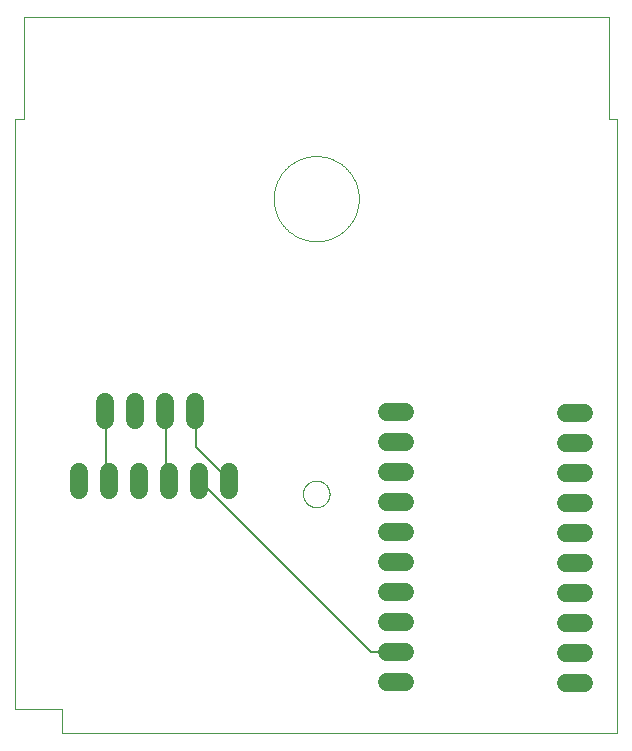
<source format=gbl>
G75*
%MOIN*%
%OFA0B0*%
%FSLAX25Y25*%
%IPPOS*%
%LPD*%
%AMOC8*
5,1,8,0,0,1.08239X$1,22.5*
%
%ADD10C,0.00004*%
%ADD11C,0.06000*%
%ADD12C,0.00600*%
D10*
X0001002Y0008876D02*
X0001002Y0205726D01*
X0004033Y0205726D01*
X0004033Y0239506D01*
X0003955Y0239585D02*
X0198837Y0239585D01*
X0198837Y0205726D01*
X0201789Y0205726D01*
X0201789Y0001002D01*
X0016750Y0001002D01*
X0016750Y0008876D01*
X0001002Y0008876D01*
X0096967Y0080726D02*
X0096969Y0080858D01*
X0096975Y0080991D01*
X0096985Y0081123D01*
X0096999Y0081255D01*
X0097016Y0081386D01*
X0097038Y0081517D01*
X0097064Y0081647D01*
X0097093Y0081776D01*
X0097127Y0081904D01*
X0097164Y0082031D01*
X0097205Y0082157D01*
X0097249Y0082282D01*
X0097298Y0082406D01*
X0097350Y0082527D01*
X0097406Y0082648D01*
X0097465Y0082766D01*
X0097528Y0082883D01*
X0097594Y0082998D01*
X0097664Y0083110D01*
X0097737Y0083221D01*
X0097813Y0083329D01*
X0097892Y0083435D01*
X0097975Y0083539D01*
X0098061Y0083640D01*
X0098149Y0083738D01*
X0098241Y0083834D01*
X0098335Y0083927D01*
X0098432Y0084017D01*
X0098532Y0084105D01*
X0098635Y0084189D01*
X0098739Y0084270D01*
X0098847Y0084348D01*
X0098956Y0084422D01*
X0099068Y0084494D01*
X0099182Y0084562D01*
X0099297Y0084626D01*
X0099415Y0084687D01*
X0099534Y0084745D01*
X0099655Y0084799D01*
X0099778Y0084849D01*
X0099902Y0084895D01*
X0100027Y0084938D01*
X0100154Y0084977D01*
X0100282Y0085013D01*
X0100410Y0085044D01*
X0100540Y0085072D01*
X0100670Y0085095D01*
X0100801Y0085115D01*
X0100933Y0085131D01*
X0101065Y0085143D01*
X0101197Y0085151D01*
X0101330Y0085155D01*
X0101462Y0085155D01*
X0101595Y0085151D01*
X0101727Y0085143D01*
X0101859Y0085131D01*
X0101991Y0085115D01*
X0102122Y0085095D01*
X0102252Y0085072D01*
X0102382Y0085044D01*
X0102510Y0085013D01*
X0102638Y0084977D01*
X0102765Y0084938D01*
X0102890Y0084895D01*
X0103014Y0084849D01*
X0103137Y0084799D01*
X0103258Y0084745D01*
X0103377Y0084687D01*
X0103495Y0084626D01*
X0103611Y0084562D01*
X0103724Y0084494D01*
X0103836Y0084422D01*
X0103945Y0084348D01*
X0104053Y0084270D01*
X0104157Y0084189D01*
X0104260Y0084105D01*
X0104360Y0084017D01*
X0104457Y0083927D01*
X0104551Y0083834D01*
X0104643Y0083738D01*
X0104731Y0083640D01*
X0104817Y0083539D01*
X0104900Y0083435D01*
X0104979Y0083329D01*
X0105055Y0083221D01*
X0105128Y0083110D01*
X0105198Y0082998D01*
X0105264Y0082883D01*
X0105327Y0082766D01*
X0105386Y0082648D01*
X0105442Y0082527D01*
X0105494Y0082406D01*
X0105543Y0082282D01*
X0105587Y0082157D01*
X0105628Y0082031D01*
X0105665Y0081904D01*
X0105699Y0081776D01*
X0105728Y0081647D01*
X0105754Y0081517D01*
X0105776Y0081386D01*
X0105793Y0081255D01*
X0105807Y0081123D01*
X0105817Y0080991D01*
X0105823Y0080858D01*
X0105825Y0080726D01*
X0105823Y0080594D01*
X0105817Y0080461D01*
X0105807Y0080329D01*
X0105793Y0080197D01*
X0105776Y0080066D01*
X0105754Y0079935D01*
X0105728Y0079805D01*
X0105699Y0079676D01*
X0105665Y0079548D01*
X0105628Y0079421D01*
X0105587Y0079295D01*
X0105543Y0079170D01*
X0105494Y0079046D01*
X0105442Y0078925D01*
X0105386Y0078804D01*
X0105327Y0078686D01*
X0105264Y0078569D01*
X0105198Y0078454D01*
X0105128Y0078342D01*
X0105055Y0078231D01*
X0104979Y0078123D01*
X0104900Y0078017D01*
X0104817Y0077913D01*
X0104731Y0077812D01*
X0104643Y0077714D01*
X0104551Y0077618D01*
X0104457Y0077525D01*
X0104360Y0077435D01*
X0104260Y0077347D01*
X0104157Y0077263D01*
X0104053Y0077182D01*
X0103945Y0077104D01*
X0103836Y0077030D01*
X0103724Y0076958D01*
X0103610Y0076890D01*
X0103495Y0076826D01*
X0103377Y0076765D01*
X0103258Y0076707D01*
X0103137Y0076653D01*
X0103014Y0076603D01*
X0102890Y0076557D01*
X0102765Y0076514D01*
X0102638Y0076475D01*
X0102510Y0076439D01*
X0102382Y0076408D01*
X0102252Y0076380D01*
X0102122Y0076357D01*
X0101991Y0076337D01*
X0101859Y0076321D01*
X0101727Y0076309D01*
X0101595Y0076301D01*
X0101462Y0076297D01*
X0101330Y0076297D01*
X0101197Y0076301D01*
X0101065Y0076309D01*
X0100933Y0076321D01*
X0100801Y0076337D01*
X0100670Y0076357D01*
X0100540Y0076380D01*
X0100410Y0076408D01*
X0100282Y0076439D01*
X0100154Y0076475D01*
X0100027Y0076514D01*
X0099902Y0076557D01*
X0099778Y0076603D01*
X0099655Y0076653D01*
X0099534Y0076707D01*
X0099415Y0076765D01*
X0099297Y0076826D01*
X0099181Y0076890D01*
X0099068Y0076958D01*
X0098956Y0077030D01*
X0098847Y0077104D01*
X0098739Y0077182D01*
X0098635Y0077263D01*
X0098532Y0077347D01*
X0098432Y0077435D01*
X0098335Y0077525D01*
X0098241Y0077618D01*
X0098149Y0077714D01*
X0098061Y0077812D01*
X0097975Y0077913D01*
X0097892Y0078017D01*
X0097813Y0078123D01*
X0097737Y0078231D01*
X0097664Y0078342D01*
X0097594Y0078454D01*
X0097528Y0078569D01*
X0097465Y0078686D01*
X0097406Y0078804D01*
X0097350Y0078925D01*
X0097298Y0079046D01*
X0097249Y0079170D01*
X0097205Y0079295D01*
X0097164Y0079421D01*
X0097127Y0079548D01*
X0097093Y0079676D01*
X0097064Y0079805D01*
X0097038Y0079935D01*
X0097016Y0080066D01*
X0096999Y0080197D01*
X0096985Y0080329D01*
X0096975Y0080461D01*
X0096969Y0080594D01*
X0096967Y0080726D01*
X0087223Y0179152D02*
X0087227Y0179500D01*
X0087240Y0179847D01*
X0087261Y0180195D01*
X0087291Y0180541D01*
X0087330Y0180887D01*
X0087376Y0181232D01*
X0087432Y0181575D01*
X0087495Y0181917D01*
X0087567Y0182257D01*
X0087648Y0182596D01*
X0087736Y0182932D01*
X0087833Y0183266D01*
X0087938Y0183598D01*
X0088051Y0183927D01*
X0088173Y0184253D01*
X0088302Y0184576D01*
X0088439Y0184895D01*
X0088584Y0185212D01*
X0088736Y0185524D01*
X0088897Y0185833D01*
X0089064Y0186138D01*
X0089239Y0186438D01*
X0089422Y0186735D01*
X0089612Y0187026D01*
X0089808Y0187313D01*
X0090012Y0187595D01*
X0090223Y0187872D01*
X0090440Y0188143D01*
X0090664Y0188409D01*
X0090894Y0188670D01*
X0091131Y0188925D01*
X0091374Y0189174D01*
X0091623Y0189417D01*
X0091878Y0189654D01*
X0092139Y0189884D01*
X0092405Y0190108D01*
X0092676Y0190325D01*
X0092953Y0190536D01*
X0093235Y0190740D01*
X0093522Y0190936D01*
X0093813Y0191126D01*
X0094110Y0191309D01*
X0094410Y0191484D01*
X0094715Y0191651D01*
X0095024Y0191812D01*
X0095336Y0191964D01*
X0095653Y0192109D01*
X0095972Y0192246D01*
X0096295Y0192375D01*
X0096621Y0192497D01*
X0096950Y0192610D01*
X0097282Y0192715D01*
X0097616Y0192812D01*
X0097952Y0192900D01*
X0098291Y0192981D01*
X0098631Y0193053D01*
X0098973Y0193116D01*
X0099316Y0193172D01*
X0099661Y0193218D01*
X0100007Y0193257D01*
X0100353Y0193287D01*
X0100701Y0193308D01*
X0101048Y0193321D01*
X0101396Y0193325D01*
X0101744Y0193321D01*
X0102091Y0193308D01*
X0102439Y0193287D01*
X0102785Y0193257D01*
X0103131Y0193218D01*
X0103476Y0193172D01*
X0103819Y0193116D01*
X0104161Y0193053D01*
X0104501Y0192981D01*
X0104840Y0192900D01*
X0105176Y0192812D01*
X0105510Y0192715D01*
X0105842Y0192610D01*
X0106171Y0192497D01*
X0106497Y0192375D01*
X0106820Y0192246D01*
X0107139Y0192109D01*
X0107456Y0191964D01*
X0107768Y0191812D01*
X0108077Y0191651D01*
X0108382Y0191484D01*
X0108682Y0191309D01*
X0108979Y0191126D01*
X0109270Y0190936D01*
X0109557Y0190740D01*
X0109839Y0190536D01*
X0110116Y0190325D01*
X0110387Y0190108D01*
X0110653Y0189884D01*
X0110914Y0189654D01*
X0111169Y0189417D01*
X0111418Y0189174D01*
X0111661Y0188925D01*
X0111898Y0188670D01*
X0112128Y0188409D01*
X0112352Y0188143D01*
X0112569Y0187872D01*
X0112780Y0187595D01*
X0112984Y0187313D01*
X0113180Y0187026D01*
X0113370Y0186735D01*
X0113553Y0186438D01*
X0113728Y0186138D01*
X0113895Y0185833D01*
X0114056Y0185524D01*
X0114208Y0185212D01*
X0114353Y0184895D01*
X0114490Y0184576D01*
X0114619Y0184253D01*
X0114741Y0183927D01*
X0114854Y0183598D01*
X0114959Y0183266D01*
X0115056Y0182932D01*
X0115144Y0182596D01*
X0115225Y0182257D01*
X0115297Y0181917D01*
X0115360Y0181575D01*
X0115416Y0181232D01*
X0115462Y0180887D01*
X0115501Y0180541D01*
X0115531Y0180195D01*
X0115552Y0179847D01*
X0115565Y0179500D01*
X0115569Y0179152D01*
X0115565Y0178804D01*
X0115552Y0178457D01*
X0115531Y0178109D01*
X0115501Y0177763D01*
X0115462Y0177417D01*
X0115416Y0177072D01*
X0115360Y0176729D01*
X0115297Y0176387D01*
X0115225Y0176047D01*
X0115144Y0175708D01*
X0115056Y0175372D01*
X0114959Y0175038D01*
X0114854Y0174706D01*
X0114741Y0174377D01*
X0114619Y0174051D01*
X0114490Y0173728D01*
X0114353Y0173409D01*
X0114208Y0173092D01*
X0114056Y0172780D01*
X0113895Y0172471D01*
X0113728Y0172166D01*
X0113553Y0171866D01*
X0113370Y0171569D01*
X0113180Y0171278D01*
X0112984Y0170991D01*
X0112780Y0170709D01*
X0112569Y0170432D01*
X0112352Y0170161D01*
X0112128Y0169895D01*
X0111898Y0169634D01*
X0111661Y0169379D01*
X0111418Y0169130D01*
X0111169Y0168887D01*
X0110914Y0168650D01*
X0110653Y0168420D01*
X0110387Y0168196D01*
X0110116Y0167979D01*
X0109839Y0167768D01*
X0109557Y0167564D01*
X0109270Y0167368D01*
X0108979Y0167178D01*
X0108682Y0166995D01*
X0108382Y0166820D01*
X0108077Y0166653D01*
X0107768Y0166492D01*
X0107456Y0166340D01*
X0107139Y0166195D01*
X0106820Y0166058D01*
X0106497Y0165929D01*
X0106171Y0165807D01*
X0105842Y0165694D01*
X0105510Y0165589D01*
X0105176Y0165492D01*
X0104840Y0165404D01*
X0104501Y0165323D01*
X0104161Y0165251D01*
X0103819Y0165188D01*
X0103476Y0165132D01*
X0103131Y0165086D01*
X0102785Y0165047D01*
X0102439Y0165017D01*
X0102091Y0164996D01*
X0101744Y0164983D01*
X0101396Y0164979D01*
X0101048Y0164983D01*
X0100701Y0164996D01*
X0100353Y0165017D01*
X0100007Y0165047D01*
X0099661Y0165086D01*
X0099316Y0165132D01*
X0098973Y0165188D01*
X0098631Y0165251D01*
X0098291Y0165323D01*
X0097952Y0165404D01*
X0097616Y0165492D01*
X0097282Y0165589D01*
X0096950Y0165694D01*
X0096621Y0165807D01*
X0096295Y0165929D01*
X0095972Y0166058D01*
X0095653Y0166195D01*
X0095336Y0166340D01*
X0095024Y0166492D01*
X0094715Y0166653D01*
X0094410Y0166820D01*
X0094110Y0166995D01*
X0093813Y0167178D01*
X0093522Y0167368D01*
X0093235Y0167564D01*
X0092953Y0167768D01*
X0092676Y0167979D01*
X0092405Y0168196D01*
X0092139Y0168420D01*
X0091878Y0168650D01*
X0091623Y0168887D01*
X0091374Y0169130D01*
X0091131Y0169379D01*
X0090894Y0169634D01*
X0090664Y0169895D01*
X0090440Y0170161D01*
X0090223Y0170432D01*
X0090012Y0170709D01*
X0089808Y0170991D01*
X0089612Y0171278D01*
X0089422Y0171569D01*
X0089239Y0171866D01*
X0089064Y0172166D01*
X0088897Y0172471D01*
X0088736Y0172780D01*
X0088584Y0173092D01*
X0088439Y0173409D01*
X0088302Y0173728D01*
X0088173Y0174051D01*
X0088051Y0174377D01*
X0087938Y0174706D01*
X0087833Y0175038D01*
X0087736Y0175372D01*
X0087648Y0175708D01*
X0087567Y0176047D01*
X0087495Y0176387D01*
X0087432Y0176729D01*
X0087376Y0177072D01*
X0087330Y0177417D01*
X0087291Y0177763D01*
X0087261Y0178109D01*
X0087240Y0178457D01*
X0087227Y0178804D01*
X0087223Y0179152D01*
D11*
X0061041Y0111207D02*
X0061041Y0105207D01*
X0051041Y0105207D02*
X0051041Y0111207D01*
X0041041Y0111207D02*
X0041041Y0105207D01*
X0031041Y0105207D02*
X0031041Y0111207D01*
X0032341Y0087939D02*
X0032341Y0081939D01*
X0022341Y0081939D02*
X0022341Y0087939D01*
X0042341Y0087939D02*
X0042341Y0081939D01*
X0052341Y0081939D02*
X0052341Y0087939D01*
X0062341Y0087939D02*
X0062341Y0081939D01*
X0072341Y0081939D02*
X0072341Y0087939D01*
X0124892Y0087892D02*
X0130892Y0087892D01*
X0130892Y0097892D02*
X0124892Y0097892D01*
X0124892Y0107892D02*
X0130892Y0107892D01*
X0130892Y0077892D02*
X0124892Y0077892D01*
X0124892Y0067892D02*
X0130892Y0067892D01*
X0130892Y0057892D02*
X0124892Y0057892D01*
X0124892Y0047892D02*
X0130892Y0047892D01*
X0130892Y0037892D02*
X0124892Y0037892D01*
X0124892Y0027892D02*
X0130892Y0027892D01*
X0130892Y0017892D02*
X0124892Y0017892D01*
X0184774Y0017734D02*
X0190774Y0017734D01*
X0190774Y0027734D02*
X0184774Y0027734D01*
X0184774Y0037734D02*
X0190774Y0037734D01*
X0190774Y0047734D02*
X0184774Y0047734D01*
X0184774Y0057734D02*
X0190774Y0057734D01*
X0190774Y0067734D02*
X0184774Y0067734D01*
X0184774Y0077734D02*
X0190774Y0077734D01*
X0190774Y0087734D02*
X0184774Y0087734D01*
X0184774Y0097734D02*
X0190774Y0097734D01*
X0190774Y0107734D02*
X0184774Y0107734D01*
D12*
X0127892Y0027892D02*
X0127393Y0027893D01*
X0119593Y0027893D01*
X0062593Y0084893D01*
X0062341Y0084939D01*
X0072193Y0085493D02*
X0061393Y0096293D01*
X0061393Y0107693D01*
X0061041Y0108207D01*
X0051193Y0107693D02*
X0051041Y0108207D01*
X0051193Y0107693D02*
X0051193Y0086093D01*
X0051793Y0085493D01*
X0052341Y0084939D01*
X0072193Y0085493D02*
X0072341Y0084939D01*
X0032341Y0084939D02*
X0031993Y0085493D01*
X0031393Y0086093D01*
X0031393Y0107693D01*
X0031041Y0108207D01*
M02*

</source>
